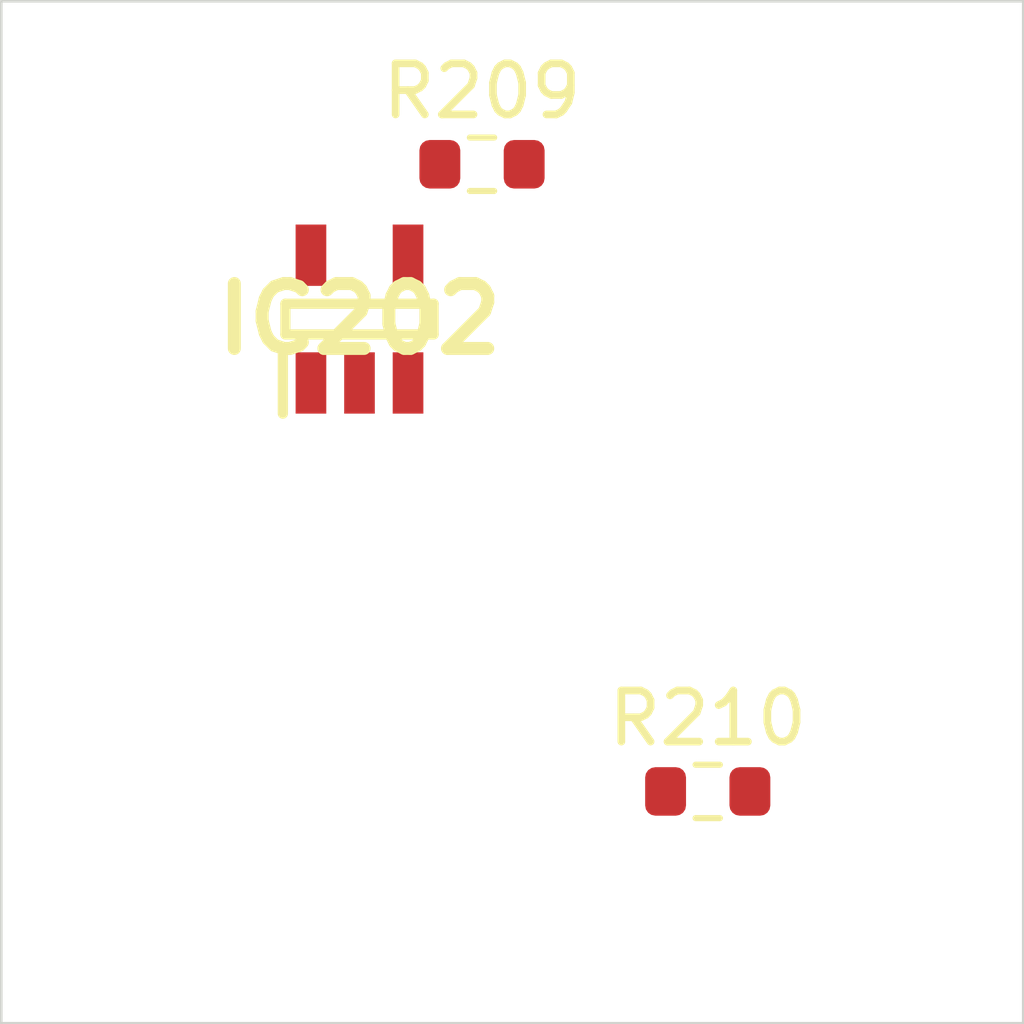
<source format=kicad_pcb>
 ( kicad_pcb  ( version 20171130 )
 ( host pcbnew 5.1.12-84ad8e8a86~92~ubuntu18.04.1 )
 ( general  ( thickness 1.6 )
 ( drawings 4 )
 ( tracks 0 )
 ( zones 0 )
 ( modules 3 )
 ( nets 5 )
)
 ( page A4 )
 ( layers  ( 0 F.Cu signal )
 ( 31 B.Cu signal )
 ( 32 B.Adhes user )
 ( 33 F.Adhes user )
 ( 34 B.Paste user )
 ( 35 F.Paste user )
 ( 36 B.SilkS user )
 ( 37 F.SilkS user )
 ( 38 B.Mask user )
 ( 39 F.Mask user )
 ( 40 Dwgs.User user )
 ( 41 Cmts.User user )
 ( 42 Eco1.User user )
 ( 43 Eco2.User user )
 ( 44 Edge.Cuts user )
 ( 45 Margin user )
 ( 46 B.CrtYd user )
 ( 47 F.CrtYd user )
 ( 48 B.Fab user )
 ( 49 F.Fab user )
)
 ( setup  ( last_trace_width 0.25 )
 ( trace_clearance 0.2 )
 ( zone_clearance 0.508 )
 ( zone_45_only no )
 ( trace_min 0.2 )
 ( via_size 0.8 )
 ( via_drill 0.4 )
 ( via_min_size 0.4 )
 ( via_min_drill 0.3 )
 ( uvia_size 0.3 )
 ( uvia_drill 0.1 )
 ( uvias_allowed no )
 ( uvia_min_size 0.2 )
 ( uvia_min_drill 0.1 )
 ( edge_width 0.05 )
 ( segment_width 0.2 )
 ( pcb_text_width 0.3 )
 ( pcb_text_size 1.5 1.5 )
 ( mod_edge_width 0.12 )
 ( mod_text_size 1 1 )
 ( mod_text_width 0.15 )
 ( pad_size 1.524 1.524 )
 ( pad_drill 0.762 )
 ( pad_to_mask_clearance 0 )
 ( aux_axis_origin 0 0 )
 ( visible_elements FFFFFF7F )
 ( pcbplotparams  ( layerselection 0x010fc_ffffffff )
 ( usegerberextensions false )
 ( usegerberattributes true )
 ( usegerberadvancedattributes true )
 ( creategerberjobfile true )
 ( excludeedgelayer true )
 ( linewidth 0.100000 )
 ( plotframeref false )
 ( viasonmask false )
 ( mode 1 )
 ( useauxorigin false )
 ( hpglpennumber 1 )
 ( hpglpenspeed 20 )
 ( hpglpendiameter 15.000000 )
 ( psnegative false )
 ( psa4output false )
 ( plotreference true )
 ( plotvalue true )
 ( plotinvisibletext false )
 ( padsonsilk false )
 ( subtractmaskfromsilk false )
 ( outputformat 1 )
 ( mirror false )
 ( drillshape 1 )
 ( scaleselection 1 )
 ( outputdirectory "" )
)
)
 ( net 0 "" )
 ( net 1 GND )
 ( net 2 VDDA )
 ( net 3 /Sheet6235D886/vp )
 ( net 4 "Net-(IC202-Pad3)" )
 ( net_class Default "This is the default net class."  ( clearance 0.2 )
 ( trace_width 0.25 )
 ( via_dia 0.8 )
 ( via_drill 0.4 )
 ( uvia_dia 0.3 )
 ( uvia_drill 0.1 )
 ( add_net /Sheet6235D886/vp )
 ( add_net GND )
 ( add_net "Net-(IC202-Pad3)" )
 ( add_net VDDA )
)
 ( module SOT95P280X145-5N locked  ( layer F.Cu )
 ( tedit 62336ED7 )
 ( tstamp 623423ED )
 ( at 87.010600 106.220000 90.000000 )
 ( descr DBV0005A )
 ( tags "Integrated Circuit" )
 ( path /6235D887/6266C08E )
 ( attr smd )
 ( fp_text reference IC202  ( at 0 0 )
 ( layer F.SilkS )
 ( effects  ( font  ( size 1.27 1.27 )
 ( thickness 0.254 )
)
)
)
 ( fp_text value TL071HIDBVR  ( at 0 0 )
 ( layer F.SilkS )
hide  ( effects  ( font  ( size 1.27 1.27 )
 ( thickness 0.254 )
)
)
)
 ( fp_line  ( start -1.85 -1.5 )
 ( end -0.65 -1.5 )
 ( layer F.SilkS )
 ( width 0.2 )
)
 ( fp_line  ( start -0.3 1.45 )
 ( end -0.3 -1.45 )
 ( layer F.SilkS )
 ( width 0.2 )
)
 ( fp_line  ( start 0.3 1.45 )
 ( end -0.3 1.45 )
 ( layer F.SilkS )
 ( width 0.2 )
)
 ( fp_line  ( start 0.3 -1.45 )
 ( end 0.3 1.45 )
 ( layer F.SilkS )
 ( width 0.2 )
)
 ( fp_line  ( start -0.3 -1.45 )
 ( end 0.3 -1.45 )
 ( layer F.SilkS )
 ( width 0.2 )
)
 ( fp_line  ( start -0.8 -0.5 )
 ( end 0.15 -1.45 )
 ( layer Dwgs.User )
 ( width 0.1 )
)
 ( fp_line  ( start -0.8 1.45 )
 ( end -0.8 -1.45 )
 ( layer Dwgs.User )
 ( width 0.1 )
)
 ( fp_line  ( start 0.8 1.45 )
 ( end -0.8 1.45 )
 ( layer Dwgs.User )
 ( width 0.1 )
)
 ( fp_line  ( start 0.8 -1.45 )
 ( end 0.8 1.45 )
 ( layer Dwgs.User )
 ( width 0.1 )
)
 ( fp_line  ( start -0.8 -1.45 )
 ( end 0.8 -1.45 )
 ( layer Dwgs.User )
 ( width 0.1 )
)
 ( fp_line  ( start -2.1 1.775 )
 ( end -2.1 -1.775 )
 ( layer Dwgs.User )
 ( width 0.05 )
)
 ( fp_line  ( start 2.1 1.775 )
 ( end -2.1 1.775 )
 ( layer Dwgs.User )
 ( width 0.05 )
)
 ( fp_line  ( start 2.1 -1.775 )
 ( end 2.1 1.775 )
 ( layer Dwgs.User )
 ( width 0.05 )
)
 ( fp_line  ( start -2.1 -1.775 )
 ( end 2.1 -1.775 )
 ( layer Dwgs.User )
 ( width 0.05 )
)
 ( pad 1 smd rect  ( at -1.25 -0.95 180.000000 )
 ( size 0.6 1.2 )
 ( layers F.Cu F.Mask F.Paste )
 ( net 3 /Sheet6235D886/vp )
)
 ( pad 2 smd rect  ( at -1.25 0 180.000000 )
 ( size 0.6 1.2 )
 ( layers F.Cu F.Mask F.Paste )
 ( net 1 GND )
)
 ( pad 3 smd rect  ( at -1.25 0.95 180.000000 )
 ( size 0.6 1.2 )
 ( layers F.Cu F.Mask F.Paste )
 ( net 4 "Net-(IC202-Pad3)" )
)
 ( pad 4 smd rect  ( at 1.25 0.95 180.000000 )
 ( size 0.6 1.2 )
 ( layers F.Cu F.Mask F.Paste )
 ( net 3 /Sheet6235D886/vp )
)
 ( pad 5 smd rect  ( at 1.25 -0.95 180.000000 )
 ( size 0.6 1.2 )
 ( layers F.Cu F.Mask F.Paste )
 ( net 2 VDDA )
)
)
 ( module Resistor_SMD:R_0603_1608Metric  ( layer F.Cu )
 ( tedit 5F68FEEE )
 ( tstamp 62342595 )
 ( at 89.408400 103.190000 )
 ( descr "Resistor SMD 0603 (1608 Metric), square (rectangular) end terminal, IPC_7351 nominal, (Body size source: IPC-SM-782 page 72, https://www.pcb-3d.com/wordpress/wp-content/uploads/ipc-sm-782a_amendment_1_and_2.pdf), generated with kicad-footprint-generator" )
 ( tags resistor )
 ( path /6235D887/623CDBD9 )
 ( attr smd )
 ( fp_text reference R209  ( at 0 -1.43 )
 ( layer F.SilkS )
 ( effects  ( font  ( size 1 1 )
 ( thickness 0.15 )
)
)
)
 ( fp_text value 100k  ( at 0 1.43 )
 ( layer F.Fab )
 ( effects  ( font  ( size 1 1 )
 ( thickness 0.15 )
)
)
)
 ( fp_line  ( start -0.8 0.4125 )
 ( end -0.8 -0.4125 )
 ( layer F.Fab )
 ( width 0.1 )
)
 ( fp_line  ( start -0.8 -0.4125 )
 ( end 0.8 -0.4125 )
 ( layer F.Fab )
 ( width 0.1 )
)
 ( fp_line  ( start 0.8 -0.4125 )
 ( end 0.8 0.4125 )
 ( layer F.Fab )
 ( width 0.1 )
)
 ( fp_line  ( start 0.8 0.4125 )
 ( end -0.8 0.4125 )
 ( layer F.Fab )
 ( width 0.1 )
)
 ( fp_line  ( start -0.237258 -0.5225 )
 ( end 0.237258 -0.5225 )
 ( layer F.SilkS )
 ( width 0.12 )
)
 ( fp_line  ( start -0.237258 0.5225 )
 ( end 0.237258 0.5225 )
 ( layer F.SilkS )
 ( width 0.12 )
)
 ( fp_line  ( start -1.48 0.73 )
 ( end -1.48 -0.73 )
 ( layer F.CrtYd )
 ( width 0.05 )
)
 ( fp_line  ( start -1.48 -0.73 )
 ( end 1.48 -0.73 )
 ( layer F.CrtYd )
 ( width 0.05 )
)
 ( fp_line  ( start 1.48 -0.73 )
 ( end 1.48 0.73 )
 ( layer F.CrtYd )
 ( width 0.05 )
)
 ( fp_line  ( start 1.48 0.73 )
 ( end -1.48 0.73 )
 ( layer F.CrtYd )
 ( width 0.05 )
)
 ( fp_text user %R  ( at 0 0 )
 ( layer F.Fab )
 ( effects  ( font  ( size 0.4 0.4 )
 ( thickness 0.06 )
)
)
)
 ( pad 1 smd roundrect  ( at -0.825 0 )
 ( size 0.8 0.95 )
 ( layers F.Cu F.Mask F.Paste )
 ( roundrect_rratio 0.25 )
 ( net 2 VDDA )
)
 ( pad 2 smd roundrect  ( at 0.825 0 )
 ( size 0.8 0.95 )
 ( layers F.Cu F.Mask F.Paste )
 ( roundrect_rratio 0.25 )
 ( net 4 "Net-(IC202-Pad3)" )
)
 ( model ${KISYS3DMOD}/Resistor_SMD.3dshapes/R_0603_1608Metric.wrl  ( at  ( xyz 0 0 0 )
)
 ( scale  ( xyz 1 1 1 )
)
 ( rotate  ( xyz 0 0 0 )
)
)
)
 ( module Resistor_SMD:R_0603_1608Metric  ( layer F.Cu )
 ( tedit 5F68FEEE )
 ( tstamp 623425A6 )
 ( at 93.826100 115.464000 )
 ( descr "Resistor SMD 0603 (1608 Metric), square (rectangular) end terminal, IPC_7351 nominal, (Body size source: IPC-SM-782 page 72, https://www.pcb-3d.com/wordpress/wp-content/uploads/ipc-sm-782a_amendment_1_and_2.pdf), generated with kicad-footprint-generator" )
 ( tags resistor )
 ( path /6235D887/623CDBDF )
 ( attr smd )
 ( fp_text reference R210  ( at 0 -1.43 )
 ( layer F.SilkS )
 ( effects  ( font  ( size 1 1 )
 ( thickness 0.15 )
)
)
)
 ( fp_text value 100k  ( at 0 1.43 )
 ( layer F.Fab )
 ( effects  ( font  ( size 1 1 )
 ( thickness 0.15 )
)
)
)
 ( fp_line  ( start 1.48 0.73 )
 ( end -1.48 0.73 )
 ( layer F.CrtYd )
 ( width 0.05 )
)
 ( fp_line  ( start 1.48 -0.73 )
 ( end 1.48 0.73 )
 ( layer F.CrtYd )
 ( width 0.05 )
)
 ( fp_line  ( start -1.48 -0.73 )
 ( end 1.48 -0.73 )
 ( layer F.CrtYd )
 ( width 0.05 )
)
 ( fp_line  ( start -1.48 0.73 )
 ( end -1.48 -0.73 )
 ( layer F.CrtYd )
 ( width 0.05 )
)
 ( fp_line  ( start -0.237258 0.5225 )
 ( end 0.237258 0.5225 )
 ( layer F.SilkS )
 ( width 0.12 )
)
 ( fp_line  ( start -0.237258 -0.5225 )
 ( end 0.237258 -0.5225 )
 ( layer F.SilkS )
 ( width 0.12 )
)
 ( fp_line  ( start 0.8 0.4125 )
 ( end -0.8 0.4125 )
 ( layer F.Fab )
 ( width 0.1 )
)
 ( fp_line  ( start 0.8 -0.4125 )
 ( end 0.8 0.4125 )
 ( layer F.Fab )
 ( width 0.1 )
)
 ( fp_line  ( start -0.8 -0.4125 )
 ( end 0.8 -0.4125 )
 ( layer F.Fab )
 ( width 0.1 )
)
 ( fp_line  ( start -0.8 0.4125 )
 ( end -0.8 -0.4125 )
 ( layer F.Fab )
 ( width 0.1 )
)
 ( fp_text user %R  ( at 0 0 )
 ( layer F.Fab )
 ( effects  ( font  ( size 0.4 0.4 )
 ( thickness 0.06 )
)
)
)
 ( pad 2 smd roundrect  ( at 0.825 0 )
 ( size 0.8 0.95 )
 ( layers F.Cu F.Mask F.Paste )
 ( roundrect_rratio 0.25 )
 ( net 1 GND )
)
 ( pad 1 smd roundrect  ( at -0.825 0 )
 ( size 0.8 0.95 )
 ( layers F.Cu F.Mask F.Paste )
 ( roundrect_rratio 0.25 )
 ( net 4 "Net-(IC202-Pad3)" )
)
 ( model ${KISYS3DMOD}/Resistor_SMD.3dshapes/R_0603_1608Metric.wrl  ( at  ( xyz 0 0 0 )
)
 ( scale  ( xyz 1 1 1 )
)
 ( rotate  ( xyz 0 0 0 )
)
)
)
 ( gr_line  ( start 100 100 )
 ( end 100 120 )
 ( layer Edge.Cuts )
 ( width 0.05 )
 ( tstamp 62E770C4 )
)
 ( gr_line  ( start 80 120 )
 ( end 100 120 )
 ( layer Edge.Cuts )
 ( width 0.05 )
 ( tstamp 62E770C0 )
)
 ( gr_line  ( start 80 100 )
 ( end 100 100 )
 ( layer Edge.Cuts )
 ( width 0.05 )
 ( tstamp 6234110C )
)
 ( gr_line  ( start 80 100 )
 ( end 80 120 )
 ( layer Edge.Cuts )
 ( width 0.05 )
)
)

</source>
